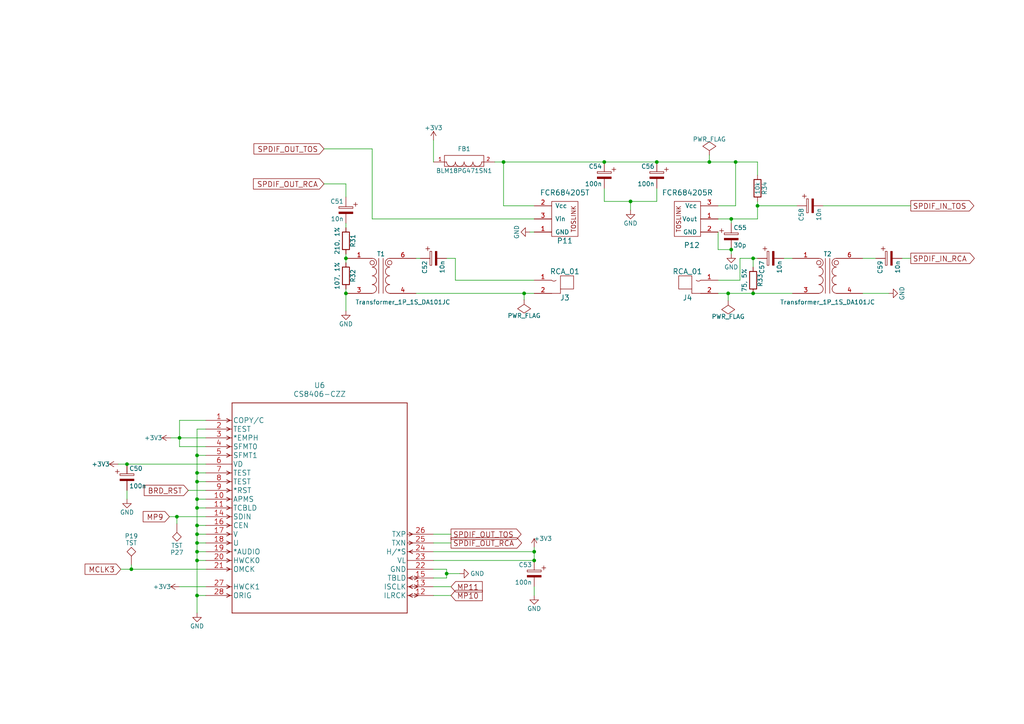
<source format=kicad_sch>
(kicad_sch (version 20230121) (generator eeschema)
  (paper "A4")
  (title_block (title "freeDSP-AiO") (date "2018-08-09") (rev "V1.0") (company "TUD") (comment 1 "Friedrich, Hoffmann, Kaiser, Schindler") (comment 2 "Hauptseminar Kommunikationsnetze"))
  (lib_symbols
    (symbol "MyLibrary:C" (pin_numbers hide) (pin_names (offset 0.254))
      (property "Reference" "C" (at 0.635 2.54 0))
      (property "Value" "C" (at 0.635 -2.54 0))
      (symbol "C_0_0"
        (text "+" (at -2.794 1.778 0) (effects (font (size 1.524 1.524))))
      )
      (symbol "C_0_1"
        (rectangle (start -2.032 -0.508) (end 2.032 -1.016) (fill (type outline)))
        (rectangle (start -2.032 1.016) (end 2.032 0.508))
      )
      (symbol "C_1_1"
        (pin passive line (at 0 3.81 270) (length 2.794) (name "~") (number "1"))
        (pin passive line (at 0 -3.81 90) (length 2.794) (name "~") (number "2"))
      )
    )
    (symbol "smd_aio-lib:FCR684205R" (pin_names (offset 1.016))
      (property "Reference" "P" (at 0 -15.24 0))
      (property "Value" "FCR684205R" (at -1.27 0 0))
      (symbol "FCR684205R_0_0"
        (text "TOSLINK" (at -3.81 -7.62 900) (effects (font (size 1.27 1.27))))
      )
      (symbol "FCR684205R_0_1"
        (rectangle (start 2.54 -12.7) (end -5.08 -2.54))
      )
      (symbol "FCR684205R_1_1"
        (pin output line (at 7.62 -7.62 180) (length 5.08) (name "Vout") (number "1"))
        (pin input line (at 7.62 -11.43 180) (length 5.08) (name "GND") (number "2"))
        (pin input line (at 7.62 -3.81 180) (length 5.08) (name "Vcc") (number "3"))
      )
    )
    (symbol "smd_aio-lib:FCR684205T" (pin_names (offset 1.016))
      (property "Reference" "P" (at 1.27 -13.97 0))
      (property "Value" "FCR684205T" (at 1.27 0 0))
      (symbol "FCR684205T_0_0"
        (text "TOSLINK" (at 3.81 -7.62 900) (effects (font (size 1.27 1.27))))
      )
      (symbol "FCR684205T_0_1"
        (rectangle (start -2.54 -12.7) (end 5.08 -2.54))
      )
      (symbol "FCR684205T_1_1"
        (pin input line (at -7.62 -11.43 0) (length 5.08) (name "GND") (number "1"))
        (pin input line (at -7.62 -3.81 0) (length 5.08) (name "Vcc") (number "2"))
        (pin input line (at -7.62 -7.62 0) (length 5.08) (name "Vin") (number "3"))
      )
    )
    (symbol "smd_aio-rescue:+3V3" (power) (pin_names (offset 0))
      (property "Value" "+3V3" (at 0 3.556 0))
      (symbol "+3V3_0_1"
        (polyline (pts (xy -0.762 1.27) (xy 0 2.54)))
        (polyline (pts (xy 0 0) (xy 0 2.54)))
        (polyline (pts (xy 0 2.54) (xy 0.762 1.27)))
      )
      (symbol "+3V3_1_1"
        (pin power_in line (at 0 0 90) (length 0) hide (name "+3V3") (number "1"))
      )
    )
    (symbol "smd_aio-rescue:FILTER" (pin_names (offset 1.016) hide)
      (property "Reference" "FB" (at 0 3.81 0))
      (property "Value" "FILTER" (at 0 -2.54 0))
      (symbol "FILTER_0_1"
        (rectangle (start -5.715 1.905) (end 5.715 -1.27))
        (arc (start -5.08 0) (mid -3.81 -1.27) (end -2.54 0))
        (arc (start -2.54 0) (mid -1.27 -1.27) (end 0 0))
        (arc (start 0 0) (mid 0 0) (end 0 0))
        (arc (start 0 0) (mid 1.27 -1.27) (end 2.54 0))
        (arc (start 2.54 0) (mid 3.81 -1.27) (end 5.08 0))
      )
      (symbol "FILTER_1_1"
        (pin passive line (at -8.89 0 0) (length 3.81) (name "1") (number "1"))
        (pin passive line (at 8.89 0 180) (length 3.81) (name "2") (number "2"))
      )
    )
    (symbol "smd_aio-rescue:GND" (power) (pin_names (offset 0))
      (property "Value" "GND" (at 0 -3.81 0))
      (symbol "GND_0_1"
        (polyline (pts (xy 0 0) (xy 0 -1.27) (xy 1.27 -1.27) (xy 0 -2.54) (xy -1.27 -1.27) (xy 0 -1.27)))
      )
      (symbol "GND_1_1"
        (pin power_in line (at 0 0 270) (length 0) hide (name "GND") (number "1"))
      )
    )
    (symbol "smd_aio-rescue:PWR_FLAG" (power) (pin_numbers hide) (pin_names (offset 0) hide)
      (property "Value" "PWR_FLAG" (at 0 4.572 0))
      (symbol "PWR_FLAG_0_0"
        (pin power_out line (at 0 0 90) (length 0) (name "pwr") (number "1"))
      )
      (symbol "PWR_FLAG_0_1"
        (polyline (pts (xy 0 0) (xy 0 1.27) (xy -1.905 2.54) (xy 0 3.81) (xy 1.905 2.54) (xy 0 1.27)))
      )
    )
    (symbol "smd_aio-rescue:R" (pin_numbers hide) (pin_names (offset 0))
      (property "Reference" "R" (at 2.032 0 90))
      (property "Value" "R" (at 0 0 90))
      (symbol "R_0_1"
        (rectangle (start -1.016 -2.54) (end 1.016 2.54) (stroke (width 0.254)))
      )
      (symbol "R_1_1"
        (pin passive line (at 0 3.81 270) (length 1.27) (name "~") (number "1"))
        (pin passive line (at 0 -3.81 90) (length 1.27) (name "~") (number "2"))
      )
    )
    (symbol "smd_aio-rescue:RCA_01" (pin_names (offset 1.016) hide)
      (property "Reference" "J" (at -1.27 -2.54 0))
      (property "Value" "RCA_01" (at -1.27 5.08 0))
      (symbol "RCA_01_0_1"
        (rectangle (start -3.81 3.81) (end 0 0))
        (polyline (pts (xy 0 -1.27) (xy 0 0)))
        (polyline (pts (xy 0 -1.27) (xy 2.54 -1.27)))
        (arc (start 1.27 2.54) (mid 1.905 2.277) (end 2.54 2.54))
      )
      (symbol "RCA_01_1_1"
        (pin passive line (at 7.62 2.54 180) (length 5.08) (name "SIG") (number "1"))
        (pin passive line (at 7.62 -1.27 180) (length 5.08) (name "GND") (number "2"))
      )
    )
    (symbol "smd_aio-rescue:TST" (pin_numbers hide) (pin_names (offset 1.016) hide)
      (property "Reference" "P" (at 0 7.62 0))
      (property "Value" "TST" (at 0 6.35 0))
      (symbol "TST_0_1"
        (polyline (pts (xy 0 5.08) (xy -1.27 3.81) (xy 0 2.54) (xy 1.27 3.81) (xy 0 5.08) (xy 0 5.08)))
      )
      (symbol "TST_1_1"
        (pin passive line (at 0 0 90) (length 2.54) (name "~") (number "1"))
      )
    )
    (symbol "smd_aio-rescue:Transformer_1P_1S_DA101MC" (pin_names (offset 1.016) hide)
      (property "Reference" "T" (at 0 6.35 0))
      (property "Value" "Transformer_1P_1S_DA101MC" (at 0 -7.62 0))
      (symbol "Transformer_1P_1S_DA101MC_0_1"
        (arc (start -2.54 -5.0546) (mid -1.6599 -4.6901) (end -1.27 -3.81))
        (arc (start -2.54 -2.5146) (mid -1.6599 -2.1501) (end -1.27 -1.27))
        (arc (start -2.54 0.0254) (mid -1.6599 0.3899) (end -1.27 1.27))
        (arc (start -2.54 2.5654) (mid -1.6599 2.9299) (end -1.27 3.81))
        (circle (center -2.54 3.81) (radius 0.635))
        (arc (start -1.27 -3.81) (mid -1.642 -2.912) (end -2.54 -2.54))
        (arc (start -1.27 -1.27) (mid -1.642 -0.372) (end -2.54 0))
        (arc (start -1.27 1.27) (mid -1.642 2.168) (end -2.54 2.54))
        (arc (start -1.27 3.81) (mid -1.642 4.708) (end -2.54 5.08))
        (polyline (pts (xy -0.635 5.08) (xy -0.635 -5.08)))
        (polyline (pts (xy 0.635 -5.08) (xy 0.635 5.08)))
        (arc (start 1.2954 -1.27) (mid 1.6599 -2.1501) (end 2.54 -2.5146))
        (arc (start 1.2954 1.27) (mid 1.6599 0.3899) (end 2.54 0.0254))
        (arc (start 1.2954 3.81) (mid 1.6599 2.9299) (end 2.54 2.5654))
        (arc (start 1.3208 -3.81) (mid 1.6853 -4.6901) (end 2.5654 -5.0546))
        (arc (start 2.54 0) (mid 1.642 -0.372) (end 1.2954 -1.27))
        (arc (start 2.54 2.54) (mid 1.642 2.168) (end 1.2954 1.27))
        (circle (center 2.54 3.81) (radius 0.635))
        (arc (start 2.54 5.08) (mid 1.642 4.708) (end 1.2954 3.81))
        (arc (start 2.5654 -2.54) (mid 1.6674 -2.912) (end 1.3208 -3.81))
      )
      (symbol "Transformer_1P_1S_DA101MC_1_1"
        (pin passive line (at -10.16 5.08 0) (length 7.62) (name "PR1") (number "1"))
        (pin no_connect line (at -10.16 0 0) (length 3.9878) hide (name "NC") (number "2"))
        (pin input line (at -10.16 -5.08 0) (length 7.62) (name "SM") (number "3"))
        (pin passive line (at 10.16 -5.08 180) (length 7.62) (name "S1") (number "4"))
        (pin no_connect line (at 10.16 0 180) (length 3.9878) hide (name "NC") (number "5"))
        (pin passive line (at 10.16 5.08 180) (length 7.62) (name "PM") (number "6"))
      )
    )
    (symbol "symbols_CS8406-CZZ:CS8406-CZZ" (pin_names (offset 0.254))
      (property "Reference" "U" (at 33.02 10.16 0))
      (property "Value" "CS8406-CZZ" (at 33.02 7.62 0))
      (symbol "CS8406-CZZ_1_0"
        (polyline (pts (xy 7.0866 -50.8) (xy 6.0452 -51.308)) (stroke (width 0.2032)))
        (polyline (pts (xy 7.0866 -50.8) (xy 6.0452 -50.2666)) (stroke (width 0.2032)))
        (polyline (pts (xy 7.0866 -48.26) (xy 6.0452 -48.768)) (stroke (width 0.2032)))
        (polyline (pts (xy 7.0866 -48.26) (xy 6.0452 -47.7266)) (stroke (width 0.2032)))
        (polyline (pts (xy 7.0866 -43.18) (xy 6.0452 -43.688)) (stroke (width 0.2032)))
        (polyline (pts (xy 7.0866 -43.18) (xy 6.0452 -42.6466)) (stroke (width 0.2032)))
        (polyline (pts (xy 7.0866 -40.64) (xy 6.0452 -41.148)) (stroke (width 0.2032)))
        (polyline (pts (xy 7.0866 -40.64) (xy 6.0452 -40.1066)) (stroke (width 0.2032)))
        (polyline (pts (xy 7.0866 -38.1) (xy 6.0452 -38.608)) (stroke (width 0.2032)))
        (polyline (pts (xy 7.0866 -38.1) (xy 6.0452 -37.5666)) (stroke (width 0.2032)))
        (polyline (pts (xy 7.0866 -35.56) (xy 6.0452 -36.068)) (stroke (width 0.2032)))
        (polyline (pts (xy 7.0866 -35.56) (xy 6.0452 -35.0266)) (stroke (width 0.2032)))
        (polyline (pts (xy 7.0866 -33.02) (xy 6.0452 -33.528)) (stroke (width 0.2032)))
        (polyline (pts (xy 7.0866 -33.02) (xy 6.0452 -32.4866)) (stroke (width 0.2032)))
        (polyline (pts (xy 7.0866 -30.48) (xy 6.0452 -30.988)) (stroke (width 0.2032)))
        (polyline (pts (xy 7.0866 -30.48) (xy 6.0452 -29.9466)) (stroke (width 0.2032)))
        (polyline (pts (xy 7.0866 -27.94) (xy 6.0452 -28.448)) (stroke (width 0.2032)))
        (polyline (pts (xy 7.0866 -27.94) (xy 6.0452 -27.4066)) (stroke (width 0.2032)))
        (polyline (pts (xy 7.0866 -25.4) (xy 6.0452 -25.908)) (stroke (width 0.2032)))
        (polyline (pts (xy 7.0866 -25.4) (xy 6.0452 -24.8666)) (stroke (width 0.2032)))
        (polyline (pts (xy 7.0866 -22.86) (xy 6.0452 -23.368)) (stroke (width 0.2032)))
        (polyline (pts (xy 7.0866 -22.86) (xy 6.0452 -22.3266)) (stroke (width 0.2032)))
        (polyline (pts (xy 7.0866 -20.32) (xy 6.0452 -20.828)) (stroke (width 0.2032)))
        (polyline (pts (xy 7.0866 -20.32) (xy 6.0452 -19.7866)) (stroke (width 0.2032)))
        (polyline (pts (xy 7.0866 -17.78) (xy 6.0452 -18.288)) (stroke (width 0.2032)))
        (polyline (pts (xy 7.0866 -17.78) (xy 6.0452 -17.2466)) (stroke (width 0.2032)))
        (polyline (pts (xy 7.0866 -15.24) (xy 6.0452 -15.748)) (stroke (width 0.2032)))
        (polyline (pts (xy 7.0866 -15.24) (xy 6.0452 -14.7066)) (stroke (width 0.2032)))
        (polyline (pts (xy 7.0866 -10.16) (xy 6.0452 -10.668)) (stroke (width 0.2032)))
        (polyline (pts (xy 7.0866 -10.16) (xy 6.0452 -9.6266)) (stroke (width 0.2032)))
        (polyline (pts (xy 7.0866 -7.62) (xy 6.0452 -8.128)) (stroke (width 0.2032)))
        (polyline (pts (xy 7.0866 -7.62) (xy 6.0452 -7.0866)) (stroke (width 0.2032)))
        (polyline (pts (xy 7.0866 -5.08) (xy 6.0452 -5.588)) (stroke (width 0.2032)))
        (polyline (pts (xy 7.0866 -5.08) (xy 6.0452 -4.5466)) (stroke (width 0.2032)))
        (polyline (pts (xy 7.0866 -2.54) (xy 6.0452 -3.048)) (stroke (width 0.2032)))
        (polyline (pts (xy 7.0866 -2.54) (xy 6.0452 -2.0066)) (stroke (width 0.2032)))
        (polyline (pts (xy 7.0866 0) (xy 6.0452 -0.508)) (stroke (width 0.2032)))
        (polyline (pts (xy 7.0866 0) (xy 6.0452 0.508)) (stroke (width 0.2032)))
        (polyline (pts (xy 7.62 -55.88) (xy 58.42 -55.88)) (stroke (width 0.2032)))
        (polyline (pts (xy 7.62 5.08) (xy 7.62 -55.88)) (stroke (width 0.2032)))
        (polyline (pts (xy 58.42 -55.88) (xy 58.42 5.08)) (stroke (width 0.2032)))
        (polyline (pts (xy 58.42 5.08) (xy 7.62 5.08)) (stroke (width 0.2032)))
        (polyline (pts (xy 58.928 -50.8) (xy 59.9694 -51.308)) (stroke (width 0.2032)))
        (polyline (pts (xy 58.928 -50.8) (xy 59.9694 -50.2666)) (stroke (width 0.2032)))
        (polyline (pts (xy 58.928 -48.26) (xy 59.9694 -48.768)) (stroke (width 0.2032)))
        (polyline (pts (xy 58.928 -48.26) (xy 59.9694 -47.7266)) (stroke (width 0.2032)))
        (polyline (pts (xy 58.928 -45.72) (xy 59.9694 -46.228)) (stroke (width 0.2032)))
        (polyline (pts (xy 58.928 -45.72) (xy 59.9694 -45.1866)) (stroke (width 0.2032)))
        (polyline (pts (xy 58.928 -36.068) (xy 59.9694 -35.56)) (stroke (width 0.2032)))
        (polyline (pts (xy 58.928 -35.0266) (xy 59.9694 -35.56)) (stroke (width 0.2032)))
        (polyline (pts (xy 58.928 -33.528) (xy 59.9694 -33.02)) (stroke (width 0.2032)))
        (polyline (pts (xy 58.928 -32.4866) (xy 59.9694 -33.02)) (stroke (width 0.2032)))
        (polyline (pts (xy 58.9534 -38.1) (xy 59.9948 -38.6334)) (stroke (width 0.2032)))
        (polyline (pts (xy 58.9534 -38.1) (xy 59.9948 -37.592)) (stroke (width 0.2032)))
        (polyline (pts (xy 60.5028 -51.308) (xy 61.5442 -50.8)) (stroke (width 0.2032)))
        (polyline (pts (xy 60.5028 -50.2666) (xy 61.5442 -50.8)) (stroke (width 0.2032)))
        (polyline (pts (xy 60.5028 -48.768) (xy 61.5442 -48.26)) (stroke (width 0.2032)))
        (polyline (pts (xy 60.5028 -47.7266) (xy 61.5442 -48.26)) (stroke (width 0.2032)))
        (polyline (pts (xy 60.5028 -46.228) (xy 61.5442 -45.72)) (stroke (width 0.2032)))
        (polyline (pts (xy 60.5028 -45.1866) (xy 61.5442 -45.72)) (stroke (width 0.2032)))
        (pin input line (at 0 0 0) (length 7.62) (name "COPY/C") (number "1"))
        (pin input line (at 0 -22.86 0) (length 7.62) (name "APMS") (number "10"))
        (pin input line (at 0 -25.4 0) (length 7.62) (name "TCBLD") (number "11"))
        (pin input line (at 66.04 -50.8 180) (length 7.62) (name "ILRCK") (number "12"))
        (pin input line (at 66.04 -48.26 180) (length 7.62) (name "ISCLK") (number "13"))
        (pin bidirectional line (at 0 -27.94 0) (length 7.62) (name "SDIN") (number "14"))
        (pin input line (at 66.04 -45.72 180) (length 7.62) (name "TBLD") (number "15"))
        (pin bidirectional line (at 0 -30.48 0) (length 7.62) (name "CEN") (number "16"))
        (pin input line (at 0 -33.02 0) (length 7.62) (name "V") (number "17"))
        (pin bidirectional line (at 0 -35.56 0) (length 7.62) (name "U") (number "18"))
        (pin input line (at 0 -38.1 0) (length 7.62) (name "*AUDIO") (number "19"))
        (pin input line (at 0 -2.54 0) (length 7.62) (name "TEST") (number "2"))
        (pin input line (at 0 -40.64 0) (length 7.62) (name "HWCK0") (number "20"))
        (pin input line (at 0 -43.18 0) (length 7.62) (name "OMCK") (number "21"))
        (pin bidirectional line (at 66.04 -43.18 180) (length 7.62) (name "GND") (number "22"))
        (pin output line (at 66.04 -40.64 180) (length 7.62) (name "VL") (number "23"))
        (pin input line (at 66.04 -38.1 180) (length 7.62) (name "H/*S") (number "24"))
        (pin input line (at 66.04 -35.56 180) (length 7.62) (name "TXN") (number "25"))
        (pin output line (at 66.04 -33.02 180) (length 7.62) (name "TXP") (number "26"))
        (pin input line (at 0 -48.26 0) (length 7.62) (name "HWCK1") (number "27"))
        (pin input line (at 0 -50.8 0) (length 7.62) (name "ORIG") (number "28"))
        (pin input line (at 0 -5.08 0) (length 7.62) (name "*EMPH") (number "3"))
        (pin input line (at 0 -7.62 0) (length 7.62) (name "SFMT0") (number "4"))
        (pin input line (at 0 -10.16 0) (length 7.62) (name "SFMT1") (number "5"))
        (pin power_in line (at 0 -12.7 0) (length 7.62) (name "VD") (number "6"))
        (pin input line (at 0 -15.24 0) (length 7.62) (name "TEST") (number "7"))
        (pin input line (at 0 -17.78 0) (length 7.62) (name "TEST") (number "8"))
        (pin input line (at 0 -20.32 0) (length 7.62) (name "*RST") (number "9"))
      )
    )
  )
  (junction (at 219.71 59.69))
  (junction (at 57.15 144.78))
  (junction (at 57.15 162.56))
  (junction (at 51.308 149.86))
  (junction (at 57.15 137.16))
  (junction (at 57.15 132.08))
  (junction (at 57.15 147.32))
  (junction (at 57.15 152.4))
  (junction (at 154.94 162.56))
  (junction (at 218.44 74.93))
  (junction (at 52.07 127))
  (junction (at 57.15 160.02))
  (junction (at 57.15 154.94))
  (junction (at 57.15 172.72))
  (junction (at 211.201 85.09))
  (junction (at 218.44 85.09))
  (junction (at 154.94 160.02))
  (junction (at 57.15 157.48))
  (junction (at 152.019 85.09))
  (junction (at 182.88 58.42))
  (junction (at 205.74 46.99))
  (junction (at 175.26 46.99))
  (junction (at 57.15 139.7))
  (junction (at 100.33 74.93))
  (junction (at 146.05 46.99))
  (junction (at 129.54 166.37))
  (junction (at 36.83 134.62))
  (junction (at 212.09 72.39))
  (junction (at 212.09 63.5))
  (junction (at 213.36 46.99))
  (junction (at 190.5 46.99))
  (junction (at 38.1 165.1))
  (junction (at 100.33 85.09))
  (no_connect (at -11.43 134.62))
  (wire (pts (xy 57.15 132.08) (xy 57.15 137.16)))
  (wire (pts (xy 154.94 160.02) (xy 154.94 158.75)))
  (wire (pts (xy 214.63 81.28) (xy 214.63 74.93)))
  (wire (pts (xy 219.71 63.5) (xy 219.71 59.69)))
  (wire (pts (xy 132.08 81.28) (xy 132.08 74.93)))
  (wire (pts (xy 107.95 63.5) (xy 154.94 63.5)))
  (wire (pts (xy 205.74 46.99) (xy 205.74 44.958)))
  (wire (pts (xy 52.07 170.18) (xy 59.69 170.18)))
  (wire (pts (xy 57.15 157.48) (xy 57.15 160.02)))
  (wire (pts (xy 57.15 147.32) (xy 59.69 147.32)))
  (wire (pts (xy 219.71 59.69) (xy 219.71 58.42)))
  (wire (pts (xy 52.07 129.54) (xy 59.69 129.54)))
  (wire (pts (xy 120.65 74.93) (xy 121.92 74.93)))
  (wire (pts (xy 57.15 137.16) (xy 59.69 137.16)))
  (wire (pts (xy 59.69 142.24) (xy 54.61 142.24)))
  (wire (pts (xy 261.62 74.93) (xy 264.16 74.93)))
  (wire (pts (xy 154.94 162.56) (xy 154.94 160.02)))
  (wire (pts (xy 125.73 172.72) (xy 130.81 172.72)))
  (wire (pts (xy 208.28 81.28) (xy 214.63 81.28)))
  (wire (pts (xy 146.05 59.69) (xy 146.05 46.99)))
  (wire (pts (xy 125.73 154.94) (xy 130.81 154.94)))
  (wire (pts (xy 57.15 147.32) (xy 57.15 152.4)))
  (wire (pts (xy 213.36 59.69) (xy 208.28 59.69)))
  (wire (pts (xy 125.73 162.56) (xy 154.94 162.56)))
  (wire (pts (xy 212.09 64.77) (xy 212.09 63.5)))
  (wire (pts (xy 100.33 57.15) (xy 100.33 53.34)))
  (wire (pts (xy 100.33 85.09) (xy 100.33 90.17)))
  (wire (pts (xy 125.73 170.18) (xy 130.81 170.18)))
  (wire (pts (xy 227.33 74.93) (xy 229.87 74.93)))
  (wire (pts (xy 57.15 154.94) (xy 57.15 157.48)))
  (wire (pts (xy 211.201 85.09) (xy 218.44 85.09)))
  (wire (pts (xy 100.33 74.93) (xy 100.33 76.2)))
  (wire (pts (xy 213.36 46.99) (xy 213.36 59.69)))
  (wire (pts (xy 213.36 46.99) (xy 219.71 46.99)))
  (wire (pts (xy 57.15 152.4) (xy 59.69 152.4)))
  (wire (pts (xy 208.28 63.5) (xy 212.09 63.5)))
  (wire (pts (xy 52.07 127) (xy 59.69 127)))
  (wire (pts (xy 129.54 165.1) (xy 129.54 166.37)))
  (wire (pts (xy 57.15 139.7) (xy 59.69 139.7)))
  (wire (pts (xy 218.44 74.93) (xy 219.71 74.93)))
  (wire (pts (xy 175.26 46.99) (xy 190.5 46.99)))
  (wire (pts (xy 100.33 83.82) (xy 100.33 85.09)))
  (wire (pts (xy 152.019 85.09) (xy 154.94 85.09)))
  (wire (pts (xy 57.15 137.16) (xy 57.15 139.7)))
  (wire (pts (xy 57.15 157.48) (xy 59.69 157.48)))
  (wire (pts (xy 132.08 74.93) (xy 129.54 74.93)))
  (wire (pts (xy 190.5 46.99) (xy 205.74 46.99)))
  (wire (pts (xy 57.15 160.02) (xy 57.15 162.56)))
  (wire (pts (xy 59.69 132.08) (xy 57.15 132.08)))
  (wire (pts (xy 182.88 58.42) (xy 190.5 58.42)))
  (wire (pts (xy 129.54 166.37) (xy 133.35 166.37)))
  (wire (pts (xy 93.98 43.18) (xy 107.95 43.18)))
  (wire (pts (xy 125.73 40.64) (xy 125.73 46.99)))
  (wire (pts (xy 211.201 87.249) (xy 211.201 85.09)))
  (wire (pts (xy 57.15 144.78) (xy 57.15 147.32)))
  (wire (pts (xy 190.5 58.42) (xy 190.5 54.61)))
  (wire (pts (xy 129.54 167.64) (xy 125.73 167.64)))
  (wire (pts (xy 57.15 160.02) (xy 59.69 160.02)))
  (wire (pts (xy 153.67 67.31) (xy 154.94 67.31)))
  (wire (pts (xy 51.308 149.86) (xy 59.69 149.86)))
  (wire (pts (xy 51.308 151.892) (xy 51.308 149.86)))
  (wire (pts (xy 59.69 124.46) (xy 57.15 124.46)))
  (wire (pts (xy 100.33 73.66) (xy 100.33 74.93)))
  (wire (pts (xy 57.15 172.72) (xy 57.15 177.8)))
  (wire (pts (xy 107.95 43.18) (xy 107.95 63.5)))
  (wire (pts (xy 57.15 162.56) (xy 57.15 172.72)))
  (wire (pts (xy 36.83 134.62) (xy 59.69 134.62)))
  (wire (pts (xy 129.54 166.37) (xy 129.54 167.64)))
  (wire (pts (xy 100.33 53.34) (xy 93.98 53.34)))
  (wire (pts (xy 175.26 58.42) (xy 182.88 58.42)))
  (wire (pts (xy 205.74 46.99) (xy 213.36 46.99)))
  (wire (pts (xy 125.73 160.02) (xy 154.94 160.02)))
  (wire (pts (xy 57.15 124.46) (xy 57.15 132.08)))
  (wire (pts (xy 143.51 46.99) (xy 146.05 46.99)))
  (wire (pts (xy 36.83 142.24) (xy 36.83 144.78)))
  (wire (pts (xy 49.149 149.86) (xy 51.308 149.86)))
  (wire (pts (xy 132.08 81.28) (xy 154.94 81.28)))
  (wire (pts (xy 182.88 60.96) (xy 182.88 58.42)))
  (wire (pts (xy 57.15 172.72) (xy 59.69 172.72)))
  (wire (pts (xy 100.33 64.77) (xy 100.33 66.04)))
  (wire (pts (xy 125.73 165.1) (xy 129.54 165.1)))
  (wire (pts (xy 212.09 72.39) (xy 212.09 73.66)))
  (wire (pts (xy 208.28 72.39) (xy 212.09 72.39)))
  (wire (pts (xy 125.73 157.48) (xy 130.81 157.48)))
  (wire (pts (xy 52.07 121.92) (xy 52.07 127)))
  (wire (pts (xy 146.05 59.69) (xy 154.94 59.69)))
  (wire (pts (xy 208.28 85.09) (xy 211.201 85.09)))
  (wire (pts (xy 57.15 144.78) (xy 59.69 144.78)))
  (wire (pts (xy 208.28 67.31) (xy 208.28 72.39)))
  (wire (pts (xy 218.44 85.09) (xy 229.87 85.09)))
  (wire (pts (xy 238.76 59.69) (xy 264.16 59.69)))
  (wire (pts (xy 146.05 46.99) (xy 175.26 46.99)))
  (wire (pts (xy 120.65 85.09) (xy 152.019 85.09)))
  (wire (pts (xy 214.63 74.93) (xy 218.44 74.93)))
  (wire (pts (xy 38.1 163.83) (xy 38.1 165.1)))
  (wire (pts (xy 52.07 127) (xy 52.07 129.54)))
  (wire (pts (xy 57.15 152.4) (xy 57.15 154.94)))
  (wire (pts (xy 250.19 85.09) (xy 257.81 85.09)))
  (wire (pts (xy 154.94 170.18) (xy 154.94 172.72)))
  (wire (pts (xy 57.15 154.94) (xy 59.69 154.94)))
  (wire (pts (xy 34.29 134.62) (xy 36.83 134.62)))
  (wire (pts (xy 59.69 121.92) (xy 52.07 121.92)))
  (wire (pts (xy 218.44 77.47) (xy 218.44 74.93)))
  (wire (pts (xy 219.71 46.99) (xy 219.71 50.8)))
  (wire (pts (xy 250.19 74.93) (xy 254 74.93)))
  (wire (pts (xy 212.09 63.5) (xy 219.71 63.5)))
  (wire (pts (xy 152.019 86.995) (xy 152.019 85.09)))
  (wire (pts (xy 57.15 139.7) (xy 57.15 144.78)))
  (wire (pts (xy 57.15 162.56) (xy 59.69 162.56)))
  (wire (pts (xy 35.052 165.1) (xy 38.1 165.1)))
  (wire (pts (xy 38.1 165.1) (xy 59.69 165.1)))
  (wire (pts (xy 49.53 127) (xy 52.07 127)))
  (wire (pts (xy 175.26 54.61) (xy 175.26 58.42)))
  (wire (pts (xy 219.71 59.69) (xy 231.14 59.69)))
  (global_label "SPDIF_OUT_RCA" (shape output) (at 130.81 157.48 0) (effects (font (size 1.524 1.524))) (property "Intersheetrefs" "${INTERSHEET_REFS}" (effects hide)))
  (global_label "MCLK3" (shape input) (at 35.052 165.1 180) (effects (font (size 1.524 1.524))) (property "Intersheetrefs" "${INTERSHEET_REFS}" (effects hide)))
  (global_label "SPDIF_OUT_TOS" (shape output) (at 130.81 154.94 0) (effects (font (size 1.524 1.524))) (property "Intersheetrefs" "${INTERSHEET_REFS}" (effects hide)))
  (global_label "SPDIF_IN_TOS" (shape output) (at 264.16 59.69 0) (effects (font (size 1.524 1.524))) (property "Intersheetrefs" "${INTERSHEET_REFS}" (effects hide)))
  (global_label "BRD_RST" (shape input) (at 54.61 142.24 180) (effects (font (size 1.524 1.524))) (property "Intersheetrefs" "${INTERSHEET_REFS}" (effects hide)))
  (global_label "SPDIF_OUT_RCA" (shape input) (at 93.98 53.34 180) (effects (font (size 1.524 1.524))) (property "Intersheetrefs" "${INTERSHEET_REFS}" (effects hide)))
  (global_label "MP10" (shape input) (at 130.81 172.72 0) (effects (font (size 1.524 1.524))) (property "Intersheetrefs" "${INTERSHEET_REFS}" (effects hide)))
  (global_label "MP9" (shape input) (at 49.149 149.86 180) (effects (font (size 1.524 1.524))) (property "Intersheetrefs" "${INTERSHEET_REFS}" (effects hide)))
  (global_label "SPDIF_IN_RCA" (shape output) (at 264.16 74.93 0) (effects (font (size 1.524 1.524))) (property "Intersheetrefs" "${INTERSHEET_REFS}" (effects hide)))
  (global_label "SPDIF_OUT_TOS" (shape input) (at 93.98 43.18 180) (effects (font (size 1.524 1.524))) (property "Intersheetrefs" "${INTERSHEET_REFS}" (effects hide)))
  (global_label "MP11" (shape input) (at 130.81 170.18 0) (effects (font (size 1.524 1.524))) (property "Intersheetrefs" "${INTERSHEET_REFS}" (effects hide)))
  (symbol (lib_id "symbols_CS8406-CZZ:CS8406-CZZ") (at 59.69 121.92 0) (unit 1)
    (property "Reference" "U6" (at 92.71 111.76 0) (effects (font (size 1.524 1.524))))
    (property "Value" "CS8406-CZZ" (at 92.71 114.3 0) (effects (font (size 1.524 1.524))))
    (property "Footprint" "footprints_CS8406-CZZ:CS8406-CZZ" (effects hide))
  )
  (symbol (lib_id "smd_aio-rescue:GND") (at 57.15 177.8 0) (unit 1)
    (property "Reference" "#PWR090" (effects hide))
    (property "Value" "GND" (at 57.15 181.61 0))
  )
  (symbol (lib_id "smd_aio-rescue:+3V3") (at 52.07 170.18 90) (unit 1)
    (property "Reference" "#PWR091" (effects hide))
    (property "Value" "+3V3" (at 46.99 170.18 90))
  )
  (symbol (lib_id "smd_aio-rescue:+3V3") (at 49.53 127 90) (unit 1)
    (property "Reference" "#PWR092" (effects hide))
    (property "Value" "+3V3" (at 44.45 127 90))
  )
  (symbol (lib_id "smd_aio-rescue:+3V3") (at 34.29 134.62 90) (unit 1)
    (property "Reference" "#PWR093" (effects hide))
    (property "Value" "+3V3" (at 29.21 134.62 90))
  )
  (symbol (lib_id "MyLibrary:C") (at 36.83 138.43 0) (unit 1)
    (property "Reference" "C50" (at 37.465 135.89 0) (effects (justify left)))
    (property "Value" "100n" (at 37.465 140.97 0) (effects (justify left)))
    (property "Footprint" "fdsp_capacitor:C_1206_HandSoldering" (effects hide))
  )
  (symbol (lib_id "smd_aio-rescue:GND") (at 36.83 144.78 0) (unit 1)
    (property "Reference" "#PWR094" (effects hide))
    (property "Value" "GND" (at 36.83 148.59 0))
  )
  (symbol (lib_id "smd_aio-rescue:GND") (at 133.35 166.37 90) (unit 1)
    (property "Reference" "#PWR095" (effects hide))
    (property "Value" "GND" (at 138.43 166.37 90))
  )
  (symbol (lib_id "smd_aio-rescue:+3V3") (at 154.94 158.75 0) (mirror y) (unit 1)
    (property "Reference" "#PWR096" (effects hide))
    (property "Value" "+3V3" (at 157.48 156.21 0))
  )
  (symbol (lib_id "MyLibrary:C") (at 154.94 166.37 0) (mirror y) (unit 1)
    (property "Reference" "C53" (at 154.305 163.83 0) (effects (justify left)))
    (property "Value" "100n" (at 154.305 168.91 0) (effects (justify left)))
    (property "Footprint" "fdsp_capacitor:C_1206_HandSoldering" (effects hide))
  )
  (symbol (lib_id "smd_aio-rescue:GND") (at 154.94 172.72 0) (mirror y) (unit 1)
    (property "Reference" "#PWR097" (effects hide))
    (property "Value" "GND" (at 154.94 176.53 0))
  )
  (symbol (lib_id "smd_aio-rescue:Transformer_1P_1S_DA101MC") (at 110.49 80.01 0) (unit 1)
    (property "Reference" "T1" (at 110.49 73.66 0))
    (property "Value" "Transformer_1P_1S_DA101JC" (at 116.84 87.63 0))
    (property "Footprint" "DA101JC:DA101JC" (effects hide))
  )
  (symbol (lib_id "smd_aio-rescue:Transformer_1P_1S_DA101MC") (at 240.03 80.01 0) (unit 1)
    (property "Reference" "T2" (at 240.03 73.66 0))
    (property "Value" "Transformer_1P_1S_DA101JC" (at 240.03 87.63 0))
    (property "Footprint" "DA101JC:DA101JC" (effects hide))
  )
  (symbol (lib_id "MyLibrary:C") (at 125.73 74.93 90) (mirror x) (unit 1)
    (property "Reference" "C52" (at 123.19 75.565 0) (effects (justify left)))
    (property "Value" "10n" (at 128.27 75.565 0) (effects (justify left)))
    (property "Footprint" "fdsp_capacitor:C_1206_HandSoldering" (effects hide))
  )
  (symbol (lib_id "MyLibrary:C") (at 175.26 50.8 0) (mirror y) (unit 1)
    (property "Reference" "C54" (at 174.625 48.26 0) (effects (justify left)))
    (property "Value" "100n" (at 174.625 53.34 0) (effects (justify left)))
    (property "Footprint" "fdsp_capacitor:C_1206_HandSoldering" (effects hide))
  )
  (symbol (lib_id "MyLibrary:C") (at 190.5 50.8 0) (mirror y) (unit 1)
    (property "Reference" "C56" (at 189.865 48.26 0) (effects (justify left)))
    (property "Value" "100n" (at 189.865 53.34 0) (effects (justify left)))
    (property "Footprint" "fdsp_capacitor:C_1206_HandSoldering" (effects hide))
  )
  (symbol (lib_id "MyLibrary:C") (at 100.33 60.96 0) (mirror y) (unit 1)
    (property "Reference" "C51" (at 99.695 58.42 0) (effects (justify left)))
    (property "Value" "10n" (at 99.695 63.5 0) (effects (justify left)))
    (property "Footprint" "fdsp_capacitor:C_1206_HandSoldering" (effects hide))
  )
  (symbol (lib_id "MyLibrary:C") (at 223.52 74.93 90) (mirror x) (unit 1)
    (property "Reference" "C57" (at 220.98 75.565 0) (effects (justify left)))
    (property "Value" "10n" (at 226.06 75.565 0) (effects (justify left)))
    (property "Footprint" "fdsp_capacitor:C_1206_HandSoldering" (effects hide))
  )
  (symbol (lib_id "MyLibrary:C") (at 257.81 74.93 90) (mirror x) (unit 1)
    (property "Reference" "C59" (at 255.27 75.565 0) (effects (justify left)))
    (property "Value" "10n" (at 260.35 75.565 0) (effects (justify left)))
    (property "Footprint" "fdsp_capacitor:C_1206_HandSoldering" (effects hide))
  )
  (symbol (lib_id "smd_aio-rescue:R") (at 100.33 80.01 0) (unit 1)
    (property "Reference" "R32" (at 102.362 80.01 90))
    (property "Value" "107, 1%" (at 97.79 80.01 90))
    (property "Footprint" "fdsp_resistor:R_1206_HandSoldering" (effects hide))
  )
  (symbol (lib_id "smd_aio-rescue:R") (at 100.33 69.85 0) (unit 1)
    (property "Reference" "R31" (at 102.362 69.85 90))
    (property "Value" "210, 1%" (at 97.79 69.85 90))
    (property "Footprint" "fdsp_resistor:R_1206_HandSoldering" (effects hide))
  )
  (symbol (lib_id "smd_aio-rescue:R") (at 219.71 54.61 0) (unit 1)
    (property "Reference" "R34" (at 221.742 54.61 90))
    (property "Value" "10k" (at 219.71 54.61 90))
    (property "Footprint" "fdsp_resistor:R_1206_HandSoldering" (effects hide))
  )
  (symbol (lib_id "smd_aio-rescue:R") (at 218.44 81.28 0) (unit 1)
    (property "Reference" "R33" (at 220.472 81.28 90))
    (property "Value" "75, 5%" (at 215.9 81.28 90))
    (property "Footprint" "fdsp_resistor:R_1206_HandSoldering" (effects hide))
  )
  (symbol (lib_id "smd_aio-rescue:GND") (at 100.33 90.17 0) (unit 1)
    (property "Reference" "#PWR098" (effects hide))
    (property "Value" "GND" (at 100.33 93.98 0))
  )
  (symbol (lib_id "MyLibrary:C") (at 234.95 59.69 90) (mirror x) (unit 1)
    (property "Reference" "C58" (at 232.41 60.325 0) (effects (justify left)))
    (property "Value" "10n" (at 237.49 60.325 0) (effects (justify left)))
    (property "Footprint" "fdsp_capacitor:C_1206_HandSoldering" (effects hide))
  )
  (symbol (lib_id "smd_aio-rescue:GND") (at 182.88 60.96 0) (unit 1)
    (property "Reference" "#PWR099" (effects hide))
    (property "Value" "GND" (at 182.88 64.77 0))
  )
  (symbol (lib_id "smd_aio-rescue:GND") (at 153.67 67.31 270) (unit 1)
    (property "Reference" "#PWR0100" (effects hide))
    (property "Value" "GND" (at 149.86 67.31 0))
  )
  (symbol (lib_id "smd_aio-rescue:GND") (at 257.81 85.09 90) (unit 1)
    (property "Reference" "#PWR0101" (effects hide))
    (property "Value" "GND" (at 261.62 85.09 0))
  )
  (symbol (lib_id "smd_aio-rescue:FILTER") (at 134.62 46.99 0) (unit 1)
    (property "Reference" "FB1" (at 134.62 43.18 0))
    (property "Value" "BLM18PG471SN1" (at 134.62 49.53 0))
    (property "Footprint" "fdsp_resistor:R_0603_HandSoldering" (effects hide))
  )
  (symbol (lib_id "smd_aio-rescue:+3V3") (at 125.73 40.64 0) (unit 1)
    (property "Reference" "#PWR0102" (effects hide))
    (property "Value" "+3V3" (at 125.73 37.084 0))
  )
  (symbol (lib_id "smd_aio-rescue:PWR_FLAG") (at 211.201 87.249 180) (unit 1)
    (property "Reference" "#FLG0103" (effects hide))
    (property "Value" "PWR_FLAG" (at 211.201 91.821 0))
  )
  (symbol (lib_id "smd_aio-rescue:PWR_FLAG") (at 152.019 86.995 180) (unit 1)
    (property "Reference" "#FLG0104" (effects hide))
    (property "Value" "PWR_FLAG" (at 152.019 91.567 0))
  )
  (symbol (lib_id "smd_aio-rescue:PWR_FLAG") (at 205.74 44.958 0) (unit 1)
    (property "Reference" "#FLG0105" (effects hide))
    (property "Value" "PWR_FLAG" (at 205.74 40.386 0))
  )
  (symbol (lib_id "smd_aio-lib:FCR684205R") (at 200.66 55.88 0) (unit 1)
    (property "Reference" "P12" (at 200.66 71.12 0) (effects (font (size 1.524 1.524))))
    (property "Value" "FCR684205R" (at 199.39 55.88 0) (effects (font (size 1.524 1.524))))
    (property "Footprint" "FCR684205:FC684205_R_T" (effects hide))
  )
  (symbol (lib_id "smd_aio-lib:FCR684205T") (at 162.56 55.88 0) (unit 1)
    (property "Reference" "P11" (at 163.83 69.85 0) (effects (font (size 1.524 1.524))))
    (property "Value" "FCR684205T" (at 163.83 55.88 0) (effects (font (size 1.524 1.524))))
    (property "Footprint" "FCR684205:FC684205_R_T" (effects hide))
  )
  (symbol (lib_id "smd_aio-rescue:RCA_01") (at 200.66 83.82 0) (unit 1)
    (property "Reference" "J4" (at 199.39 86.36 0) (effects (font (size 1.524 1.524))))
    (property "Value" "RCA_01" (at 199.39 78.74 0) (effects (font (size 1.524 1.524))))
    (property "Footprint" "fdsp_connector:RCA_RCJ-01x" (effects hide))
  )
  (symbol (lib_id "smd_aio-rescue:RCA_01") (at 162.56 83.82 0) (mirror y) (unit 1)
    (property "Reference" "J3" (at 163.83 86.36 0) (effects (font (size 1.524 1.524))))
    (property "Value" "RCA_01" (at 163.83 78.74 0) (effects (font (size 1.524 1.524))))
    (property "Footprint" "fdsp_connector:RCA_RCJ-01x" (effects hide))
  )
  (symbol (lib_id "MyLibrary:C") (at 212.09 68.58 0) (unit 1)
    (property "Reference" "C55" (at 212.725 66.04 0) (effects (justify left)))
    (property "Value" "30p" (at 212.725 71.12 0) (effects (justify left)))
    (property "Footprint" "fdsp_capacitor:C_1206_HandSoldering" (effects hide))
  )
  (symbol (lib_id "smd_aio-rescue:GND") (at 212.09 73.66 0) (unit 1)
    (property "Reference" "#PWR0106" (effects hide))
    (property "Value" "GND" (at 212.09 77.47 0))
  )
  (symbol (lib_id "smd_aio-rescue:TST") (at 38.1 163.83 0) (unit 1)
    (property "Reference" "P19" (at 38.1 156.21 0) (effects (justify bottom)))
    (property "Value" "TST" (at 38.1 157.48 0))
    (property "Footprint" "fdsp_misc:Measurement_Point_Round-SMD-Pad_Small" (effects hide))
  )
  (symbol (lib_id "smd_aio-rescue:TST") (at 51.308 151.892 180) (unit 1)
    (property "Reference" "P27" (at 51.308 159.512 0) (effects (justify bottom)))
    (property "Value" "TST" (at 51.308 158.242 0))
    (property "Footprint" "fdsp_misc:Measurement_Point_Round-SMD-Pad_Small" (effects hide))
  )
)
</source>
